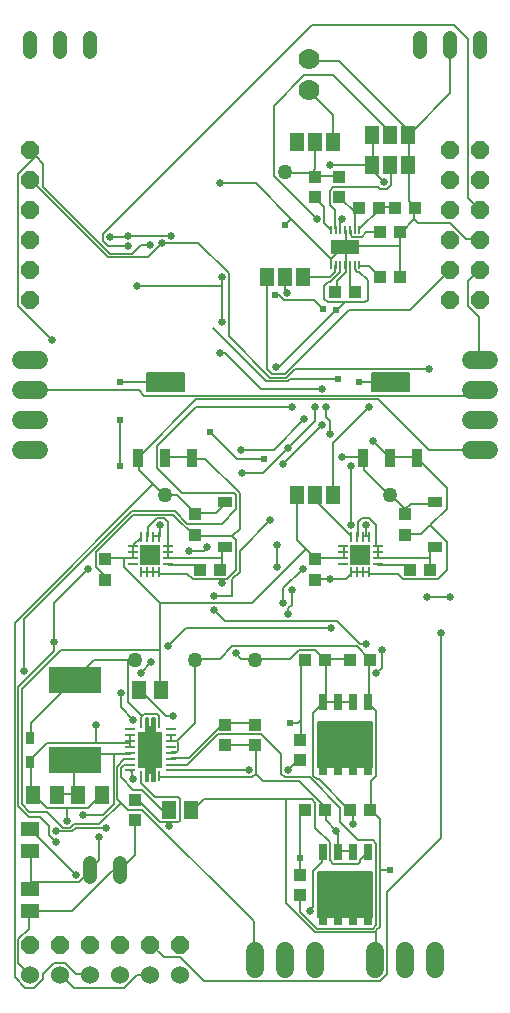
<source format=gbl>
G75*
%MOIN*%
%OFA0B0*%
%FSLAX25Y25*%
%IPPOS*%
%LPD*%
%AMOC8*
5,1,8,0,0,1.08239X$1,22.5*
%
%ADD10C,0.04800*%
%ADD11OC8,0.06000*%
%ADD12C,0.06000*%
%ADD13R,0.05118X0.03543*%
%ADD14R,0.01102X0.03346*%
%ADD15R,0.03346X0.01102*%
%ADD16R,0.08071X0.12008*%
%ADD17C,0.02200*%
%ADD18C,0.00600*%
%ADD19C,0.07000*%
%ADD20R,0.05118X0.05906*%
%ADD21R,0.05906X0.05118*%
%ADD22R,0.04600X0.06300*%
%ADD23C,0.06000*%
%ADD24C,0.05000*%
%ADD25R,0.09252X0.05000*%
%ADD26R,0.00787X0.02756*%
%ADD27R,0.03300X0.06300*%
%ADD28R,0.05000X0.02500*%
%ADD29R,0.02795X0.05402*%
%ADD30R,0.06693X0.06693*%
%ADD31R,0.04252X0.04134*%
%ADD32R,0.03937X0.04331*%
%ADD33R,0.04331X0.03937*%
%ADD34R,0.17717X0.08858*%
%ADD35R,0.05118X0.06299*%
%ADD36R,0.03150X0.03937*%
%ADD37C,0.02578*%
%ADD38C,0.02381*%
D10*
X0033200Y0043600D02*
X0033200Y0048400D01*
X0043200Y0048400D02*
X0043200Y0043600D01*
X0033200Y0318600D02*
X0033200Y0323400D01*
X0023200Y0323400D02*
X0023200Y0318600D01*
X0013200Y0318600D02*
X0013200Y0323400D01*
X0143200Y0323400D02*
X0143200Y0318600D01*
X0153200Y0318600D02*
X0153200Y0323400D01*
X0163200Y0323400D02*
X0163200Y0318600D01*
D11*
X0163200Y0286000D03*
X0163200Y0276000D03*
X0163200Y0266000D03*
X0163200Y0256000D03*
X0163200Y0246000D03*
X0163200Y0236000D03*
X0153200Y0236000D03*
X0153200Y0246000D03*
X0153200Y0256000D03*
X0153200Y0266000D03*
X0153200Y0276000D03*
X0153200Y0286000D03*
X0013200Y0286000D03*
X0013200Y0276000D03*
X0013200Y0266000D03*
X0013200Y0256000D03*
X0013200Y0246000D03*
X0013200Y0236000D03*
X0013200Y0021000D03*
X0023200Y0021000D03*
X0033200Y0021000D03*
X0043200Y0021000D03*
X0053200Y0021000D03*
X0063200Y0021000D03*
D12*
X0063200Y0011000D03*
X0053200Y0011000D03*
X0043200Y0011000D03*
X0033200Y0011000D03*
X0023200Y0011000D03*
X0013200Y0011000D03*
D13*
X0078200Y0153520D03*
X0078200Y0168480D03*
X0148200Y0168480D03*
X0148200Y0153520D03*
D14*
X0126153Y0156807D03*
X0124184Y0156807D03*
X0122216Y0156807D03*
X0120247Y0156807D03*
X0120247Y0145193D03*
X0122216Y0145193D03*
X0124184Y0145193D03*
X0126153Y0145193D03*
X0056153Y0145193D03*
X0054184Y0145193D03*
X0052216Y0145193D03*
X0050247Y0145193D03*
X0050247Y0156807D03*
X0052216Y0156807D03*
X0054184Y0156807D03*
X0056153Y0156807D03*
X0056153Y0094760D03*
X0050247Y0094760D03*
X0050247Y0077240D03*
X0056153Y0077240D03*
D15*
X0059991Y0079110D03*
X0059991Y0081079D03*
X0059991Y0083047D03*
X0059991Y0085016D03*
X0059991Y0086984D03*
X0059991Y0088953D03*
X0059991Y0090921D03*
X0059991Y0092890D03*
X0046409Y0092890D03*
X0046409Y0090921D03*
X0046409Y0088953D03*
X0046409Y0086984D03*
X0046409Y0085016D03*
X0046409Y0083047D03*
X0046409Y0081079D03*
X0046409Y0079110D03*
X0047393Y0148047D03*
X0047393Y0150016D03*
X0047393Y0151984D03*
X0047393Y0153953D03*
X0059007Y0153953D03*
X0059007Y0151984D03*
X0059007Y0150016D03*
X0059007Y0148047D03*
X0117393Y0148047D03*
X0117393Y0150016D03*
X0117393Y0151984D03*
X0117393Y0153953D03*
X0129007Y0153953D03*
X0129007Y0151984D03*
X0129007Y0150016D03*
X0129007Y0148047D03*
D16*
X0053200Y0086000D03*
D17*
X0051600Y0086000D03*
X0051600Y0082900D03*
X0054800Y0082900D03*
X0054800Y0086000D03*
X0054800Y0089100D03*
X0051600Y0089100D03*
X0051600Y0149400D03*
X0051600Y0152600D03*
X0054800Y0152600D03*
X0054800Y0149400D03*
X0121600Y0149400D03*
X0121600Y0152600D03*
X0124800Y0152600D03*
X0124800Y0149400D03*
D18*
X0008000Y0128400D02*
X0008000Y0010200D01*
X0011600Y0006600D01*
X0014600Y0006600D01*
X0017600Y0009600D01*
X0017600Y0011400D01*
X0021200Y0015000D01*
X0024800Y0015000D01*
X0028400Y0011400D01*
X0033200Y0011400D01*
X0033200Y0011000D01*
X0027800Y0006600D02*
X0023600Y0010800D01*
X0023200Y0011000D01*
X0027800Y0006600D02*
X0044600Y0006600D01*
X0048800Y0010800D01*
X0053000Y0010800D01*
X0053200Y0011000D01*
X0057800Y0016800D02*
X0053600Y0021000D01*
X0053200Y0021000D01*
X0057800Y0016800D02*
X0063200Y0016800D01*
X0071000Y0009000D01*
X0129800Y0009000D01*
X0132200Y0011400D01*
X0132200Y0038600D01*
X0150200Y0056600D01*
X0150200Y0124800D01*
X0153200Y0136800D02*
X0145400Y0136800D01*
X0149000Y0142800D02*
X0152000Y0145800D01*
X0152000Y0155400D01*
X0146600Y0160800D01*
X0143600Y0157800D01*
X0138200Y0157800D01*
X0138200Y0157555D01*
X0138200Y0164445D02*
X0138200Y0166200D01*
X0140000Y0168000D01*
X0147800Y0168000D01*
X0148200Y0168480D01*
X0152000Y0166200D02*
X0146600Y0160800D01*
X0148200Y0153520D02*
X0147800Y0153000D01*
X0146600Y0151800D01*
X0146600Y0150000D01*
X0129200Y0150000D01*
X0129007Y0150016D01*
X0129200Y0150000D02*
X0129200Y0151800D01*
X0129007Y0151984D01*
X0129200Y0152400D01*
X0129200Y0153600D01*
X0129007Y0153953D01*
X0128600Y0154200D01*
X0128600Y0160800D01*
X0126200Y0163200D01*
X0123800Y0163200D01*
X0122600Y0162000D01*
X0122600Y0157200D01*
X0122216Y0156807D01*
X0124184Y0156807D02*
X0124400Y0157200D01*
X0125000Y0157200D01*
X0125000Y0160800D01*
X0125000Y0157200D02*
X0126200Y0157200D01*
X0126153Y0156807D01*
X0120247Y0156807D02*
X0120200Y0157200D01*
X0108200Y0169200D01*
X0108200Y0171000D01*
X0114200Y0171000D02*
X0114200Y0188400D01*
X0126200Y0200400D01*
X0129200Y0202800D02*
X0068600Y0202800D01*
X0049400Y0183600D01*
X0049145Y0183400D01*
X0049400Y0183000D01*
X0049400Y0179400D01*
X0054200Y0174600D01*
X0008000Y0128400D01*
X0011000Y0129600D02*
X0011000Y0112200D01*
X0009200Y0106800D02*
X0009200Y0067200D01*
X0012800Y0063600D01*
X0016400Y0063600D01*
X0019400Y0060600D01*
X0019400Y0057600D01*
X0021800Y0055200D01*
X0021800Y0058800D02*
X0027200Y0058800D01*
X0028400Y0060000D01*
X0038600Y0060000D01*
X0036200Y0061200D02*
X0027800Y0061200D01*
X0026600Y0060000D01*
X0024200Y0060000D01*
X0018800Y0065400D01*
X0012800Y0065400D01*
X0010400Y0067800D01*
X0010400Y0106200D01*
X0023600Y0119400D01*
X0056600Y0119400D01*
X0056600Y0106200D01*
X0056940Y0106000D01*
X0050000Y0111600D02*
X0053600Y0115200D01*
X0056600Y0119400D02*
X0056600Y0135000D01*
X0087200Y0135000D01*
X0105200Y0153000D01*
X0102200Y0156000D01*
X0102200Y0171000D01*
X0097400Y0181200D02*
X0110600Y0194400D01*
X0113000Y0195600D02*
X0111800Y0196800D01*
X0111800Y0200400D01*
X0108200Y0200400D02*
X0108200Y0195600D01*
X0099200Y0186600D01*
X0090800Y0178200D01*
X0083800Y0178200D01*
X0082200Y0183000D02*
X0073200Y0192000D01*
X0071600Y0183000D02*
X0067400Y0183000D01*
X0067255Y0183400D01*
X0066800Y0183600D01*
X0058400Y0183600D01*
X0058200Y0183400D01*
X0055400Y0180000D02*
X0063800Y0171600D01*
X0081200Y0171600D01*
X0081800Y0171000D01*
X0081800Y0166200D01*
X0077000Y0161400D01*
X0065600Y0161400D01*
X0061400Y0165600D01*
X0047000Y0165600D01*
X0011000Y0129600D01*
X0021200Y0135000D02*
X0021200Y0121800D01*
X0021200Y0118800D01*
X0009200Y0106800D01*
X0013400Y0094800D02*
X0027800Y0109200D01*
X0028200Y0109319D01*
X0028400Y0109800D01*
X0034400Y0115800D01*
X0045800Y0115800D01*
X0048200Y0116000D01*
X0048200Y0115800D01*
X0045800Y0115800D01*
X0045800Y0102000D01*
X0050600Y0097200D01*
X0050000Y0096600D01*
X0050000Y0094800D01*
X0050247Y0094760D01*
X0051724Y0094580D02*
X0052570Y0094580D01*
X0052570Y0095178D02*
X0051724Y0095178D01*
X0051724Y0095777D02*
X0052570Y0095777D01*
X0052570Y0096375D02*
X0051724Y0096375D01*
X0051724Y0096433D02*
X0052570Y0096433D01*
X0052570Y0093579D01*
X0053830Y0093579D01*
X0053830Y0096433D01*
X0054676Y0096433D01*
X0054676Y0092004D01*
X0051724Y0092004D01*
X0051724Y0096433D01*
X0050600Y0097200D02*
X0051200Y0097800D01*
X0055400Y0097800D01*
X0056000Y0097200D01*
X0056000Y0094800D01*
X0056153Y0094760D01*
X0054676Y0094580D02*
X0053830Y0094580D01*
X0053830Y0095178D02*
X0054676Y0095178D01*
X0054676Y0095777D02*
X0053830Y0095777D01*
X0053830Y0096375D02*
X0054676Y0096375D01*
X0054676Y0093981D02*
X0053830Y0093981D01*
X0054676Y0093383D02*
X0051724Y0093383D01*
X0051724Y0093981D02*
X0052570Y0093981D01*
X0051724Y0092784D02*
X0054676Y0092784D01*
X0054676Y0092186D02*
X0051724Y0092186D01*
X0047600Y0096000D02*
X0043400Y0100200D01*
X0043400Y0105000D01*
X0049460Y0106000D02*
X0050000Y0105600D01*
X0058400Y0097200D01*
X0060800Y0097200D01*
X0059991Y0090921D02*
X0060200Y0090600D01*
X0060200Y0089400D01*
X0059991Y0088953D01*
X0060200Y0088800D01*
X0062000Y0088800D01*
X0068000Y0094800D01*
X0068000Y0115800D01*
X0068200Y0116000D01*
X0068600Y0116400D01*
X0076400Y0116400D01*
X0080600Y0120600D01*
X0122000Y0120600D01*
X0126200Y0116400D01*
X0126546Y0116000D01*
X0126200Y0115800D01*
X0126200Y0102000D01*
X0125700Y0101906D01*
X0126200Y0101400D01*
X0128600Y0099000D01*
X0128600Y0077400D01*
X0126800Y0075600D01*
X0126800Y0066000D01*
X0126546Y0066000D01*
X0126800Y0066000D02*
X0129800Y0063000D01*
X0129800Y0046000D01*
X0133200Y0046000D01*
X0129800Y0046000D02*
X0129800Y0027000D01*
X0128600Y0025800D01*
X0128600Y0025200D01*
X0108200Y0025200D01*
X0098600Y0034800D01*
X0098600Y0069600D01*
X0107000Y0069600D01*
X0108200Y0068400D01*
X0108200Y0060000D01*
X0113000Y0055200D01*
X0113000Y0049200D01*
X0114200Y0048000D01*
X0122600Y0048000D01*
X0123200Y0048600D01*
X0123200Y0049200D01*
X0125600Y0051600D01*
X0125700Y0051906D01*
X0128600Y0054600D02*
X0128600Y0027600D01*
X0127400Y0026400D01*
X0108800Y0026400D01*
X0103200Y0032000D01*
X0103200Y0037654D01*
X0107600Y0033600D02*
X0106400Y0032400D01*
X0107600Y0033600D02*
X0107600Y0045600D01*
X0110600Y0048600D01*
X0110600Y0051600D01*
X0110700Y0051906D01*
X0115400Y0052200D02*
X0115700Y0051906D01*
X0115700Y0058600D01*
X0115300Y0059000D01*
X0111800Y0062500D01*
X0111800Y0066000D01*
X0111546Y0066000D01*
X0111200Y0066000D01*
X0111200Y0067200D01*
X0102800Y0075600D01*
X0090800Y0075600D01*
X0088400Y0078000D01*
X0088400Y0087600D01*
X0088200Y0087654D01*
X0087800Y0087600D01*
X0078200Y0087600D01*
X0078200Y0087654D01*
X0075800Y0091200D02*
X0090200Y0091200D01*
X0096800Y0084600D01*
X0096800Y0078000D01*
X0098000Y0076800D01*
X0106400Y0076800D01*
X0116600Y0066600D01*
X0116600Y0061800D01*
X0122600Y0055800D01*
X0127400Y0055800D01*
X0128600Y0054600D01*
X0127098Y0045272D02*
X0127098Y0030115D01*
X0109302Y0030115D01*
X0109302Y0045272D01*
X0127098Y0045272D01*
X0127098Y0030115D01*
X0109302Y0030115D01*
X0109302Y0045272D01*
X0127098Y0045272D01*
X0127098Y0044903D02*
X0109302Y0044903D01*
X0127098Y0044903D01*
X0127098Y0044305D02*
X0109302Y0044305D01*
X0127098Y0044305D01*
X0127098Y0043706D02*
X0109302Y0043706D01*
X0127098Y0043706D01*
X0127098Y0043108D02*
X0109302Y0043108D01*
X0127098Y0043108D01*
X0127098Y0042509D02*
X0109302Y0042509D01*
X0127098Y0042509D01*
X0127098Y0041911D02*
X0109302Y0041911D01*
X0127098Y0041911D01*
X0127098Y0041312D02*
X0109302Y0041312D01*
X0127098Y0041312D01*
X0127098Y0040714D02*
X0109302Y0040714D01*
X0127098Y0040714D01*
X0127098Y0040115D02*
X0109302Y0040115D01*
X0127098Y0040115D01*
X0127098Y0039517D02*
X0109302Y0039517D01*
X0127098Y0039517D01*
X0127098Y0038918D02*
X0109302Y0038918D01*
X0127098Y0038918D01*
X0127098Y0038320D02*
X0109302Y0038320D01*
X0127098Y0038320D01*
X0127098Y0037721D02*
X0109302Y0037721D01*
X0127098Y0037721D01*
X0127098Y0037123D02*
X0109302Y0037123D01*
X0127098Y0037123D01*
X0127098Y0036524D02*
X0109302Y0036524D01*
X0127098Y0036524D01*
X0127098Y0035926D02*
X0109302Y0035926D01*
X0127098Y0035926D01*
X0127098Y0035327D02*
X0109302Y0035327D01*
X0127098Y0035327D01*
X0127098Y0034729D02*
X0109302Y0034729D01*
X0127098Y0034729D01*
X0127098Y0034130D02*
X0109302Y0034130D01*
X0127098Y0034130D01*
X0127098Y0033532D02*
X0109302Y0033532D01*
X0127098Y0033532D01*
X0127098Y0032933D02*
X0109302Y0032933D01*
X0127098Y0032933D01*
X0127098Y0032334D02*
X0109302Y0032334D01*
X0127098Y0032334D01*
X0127098Y0031736D02*
X0109302Y0031736D01*
X0127098Y0031736D01*
X0127098Y0031137D02*
X0109302Y0031137D01*
X0127098Y0031137D01*
X0127098Y0030539D02*
X0109302Y0030539D01*
X0127098Y0030539D01*
X0125700Y0030094D02*
X0120700Y0030094D01*
X0115700Y0030094D01*
X0110700Y0030094D01*
X0110700Y0042500D01*
X0115700Y0051906D02*
X0116000Y0052200D01*
X0120200Y0052200D01*
X0120700Y0051906D01*
X0120800Y0061200D02*
X0120800Y0065400D01*
X0120200Y0066000D01*
X0119854Y0066000D01*
X0119600Y0066000D01*
X0109400Y0076200D01*
X0108800Y0076200D01*
X0107600Y0077400D01*
X0107600Y0098400D01*
X0110600Y0101400D01*
X0110700Y0101906D01*
X0111800Y0102000D01*
X0111800Y0115800D01*
X0111546Y0116000D01*
X0111200Y0116400D01*
X0108200Y0119400D01*
X0102800Y0119400D01*
X0099800Y0116400D01*
X0088400Y0116400D01*
X0088200Y0116000D01*
X0087800Y0116400D01*
X0083600Y0116400D01*
X0081800Y0118200D01*
X0078200Y0129000D02*
X0074600Y0132600D01*
X0074600Y0137400D02*
X0080600Y0137400D01*
X0080600Y0142903D01*
X0083000Y0145303D01*
X0083000Y0152300D01*
X0093300Y0162600D01*
X0095600Y0154200D02*
X0095600Y0151000D01*
X0095600Y0147000D01*
X0097400Y0139800D02*
X0104000Y0146400D01*
X0108200Y0150000D02*
X0105200Y0153000D01*
X0108200Y0150000D02*
X0108200Y0149445D01*
X0108200Y0150000D02*
X0117200Y0150000D01*
X0117393Y0150016D01*
X0117800Y0150000D01*
X0117800Y0151800D01*
X0117393Y0151984D01*
X0117800Y0152400D01*
X0117800Y0153600D01*
X0117393Y0153953D01*
X0120200Y0160800D02*
X0120200Y0180600D01*
X0117200Y0183600D02*
X0123800Y0183600D01*
X0124145Y0183400D01*
X0124400Y0183000D01*
X0124400Y0179400D01*
X0132800Y0171000D01*
X0133200Y0171000D01*
X0133400Y0171000D01*
X0138200Y0166200D01*
X0146600Y0150000D02*
X0146600Y0146400D01*
X0146546Y0146000D01*
X0149000Y0142800D02*
X0137600Y0142800D01*
X0135800Y0144600D01*
X0126200Y0144600D01*
X0126153Y0145193D01*
X0126200Y0145200D01*
X0124400Y0145200D01*
X0124184Y0145193D01*
X0123800Y0145200D01*
X0122600Y0145200D01*
X0122216Y0145193D01*
X0122000Y0145200D01*
X0120200Y0145200D01*
X0120247Y0145193D01*
X0120200Y0144600D01*
X0118400Y0142800D01*
X0113000Y0142800D01*
X0108200Y0142800D01*
X0108200Y0142555D01*
X0115400Y0129000D02*
X0078200Y0129000D01*
X0077000Y0141600D02*
X0077000Y0142800D01*
X0067400Y0142800D01*
X0065600Y0144600D01*
X0056600Y0144600D01*
X0056153Y0145193D01*
X0056000Y0145200D01*
X0054200Y0145200D01*
X0054184Y0145193D01*
X0054200Y0145200D02*
X0052400Y0145200D01*
X0052216Y0145193D01*
X0051800Y0145200D01*
X0050600Y0145200D01*
X0050247Y0145193D01*
X0047600Y0150000D02*
X0047393Y0150016D01*
X0047000Y0150000D01*
X0044600Y0150000D01*
X0044600Y0147000D01*
X0056600Y0135000D01*
X0065000Y0126600D02*
X0059000Y0120600D01*
X0065000Y0126600D02*
X0113600Y0126600D01*
X0115400Y0129000D02*
X0123200Y0121200D01*
X0125000Y0121200D01*
X0130400Y0119400D02*
X0130400Y0113400D01*
X0128600Y0111600D01*
X0119854Y0116000D02*
X0119600Y0116400D01*
X0111800Y0116400D01*
X0111546Y0116000D01*
X0104854Y0116000D02*
X0104600Y0115800D01*
X0103400Y0114600D01*
X0103400Y0096000D01*
X0102400Y0095000D01*
X0099700Y0095000D01*
X0103400Y0096000D02*
X0103400Y0089400D01*
X0103200Y0089346D01*
X0102800Y0082800D02*
X0103200Y0082654D01*
X0102800Y0082800D02*
X0099200Y0079200D01*
X0098600Y0069600D02*
X0071000Y0069600D01*
X0067400Y0066000D01*
X0066940Y0066000D01*
X0063200Y0062400D02*
X0062600Y0061800D01*
X0059600Y0061800D01*
X0059600Y0060600D01*
X0059600Y0061800D02*
X0056600Y0061800D01*
X0049400Y0069000D01*
X0048200Y0069000D01*
X0048200Y0069346D01*
X0047600Y0072600D02*
X0050600Y0072600D01*
X0057200Y0066000D01*
X0059460Y0066000D01*
X0063200Y0062400D02*
X0063200Y0069600D01*
X0062600Y0070200D01*
X0054800Y0070200D01*
X0050000Y0075000D01*
X0050000Y0076800D01*
X0050247Y0077240D01*
X0051724Y0077223D02*
X0052570Y0077223D01*
X0052570Y0077821D02*
X0051724Y0077821D01*
X0051724Y0078420D02*
X0052570Y0078420D01*
X0052570Y0078421D02*
X0053830Y0078421D01*
X0053830Y0075567D01*
X0054676Y0075567D01*
X0054676Y0079996D01*
X0051724Y0079996D01*
X0051724Y0075567D01*
X0052570Y0075567D01*
X0052570Y0078421D01*
X0051724Y0079018D02*
X0054676Y0079018D01*
X0054676Y0078420D02*
X0053830Y0078420D01*
X0053830Y0077821D02*
X0054676Y0077821D01*
X0054676Y0077223D02*
X0053830Y0077223D01*
X0053830Y0076624D02*
X0054676Y0076624D01*
X0054676Y0076026D02*
X0053830Y0076026D01*
X0052570Y0076026D02*
X0051724Y0076026D01*
X0051724Y0076624D02*
X0052570Y0076624D01*
X0051724Y0079617D02*
X0054676Y0079617D01*
X0056153Y0077240D02*
X0056600Y0076800D01*
X0087200Y0076800D01*
X0088400Y0078000D01*
X0086000Y0079200D02*
X0060200Y0079200D01*
X0059991Y0079110D01*
X0060200Y0081000D02*
X0059991Y0081079D01*
X0060200Y0081000D02*
X0065600Y0081000D01*
X0075800Y0091200D01*
X0077000Y0094200D02*
X0078200Y0094200D01*
X0078200Y0094346D01*
X0078200Y0094800D01*
X0087800Y0094800D01*
X0088200Y0094346D01*
X0077000Y0094200D02*
X0066200Y0083400D01*
X0060200Y0083400D01*
X0059991Y0083047D01*
X0059991Y0085016D02*
X0060200Y0085200D01*
X0062000Y0085200D01*
X0062600Y0085800D01*
X0062600Y0088200D01*
X0062000Y0088800D01*
X0050600Y0066000D02*
X0087800Y0028800D01*
X0087800Y0016200D01*
X0088200Y0016000D01*
X0103200Y0044346D02*
X0103200Y0050000D01*
X0103200Y0064000D01*
X0105200Y0066000D01*
X0104854Y0066000D01*
X0105200Y0066000D02*
X0106400Y0064800D01*
X0115400Y0054600D02*
X0115400Y0052200D01*
X0115700Y0080094D02*
X0110700Y0080094D01*
X0109302Y0080115D02*
X0127098Y0080115D01*
X0127098Y0095272D01*
X0109302Y0095272D01*
X0109302Y0080115D01*
X0127098Y0080115D01*
X0127098Y0095272D01*
X0109302Y0095272D01*
X0109302Y0080115D01*
X0109302Y0080215D02*
X0127098Y0080215D01*
X0109302Y0080215D01*
X0109302Y0080814D02*
X0127098Y0080814D01*
X0109302Y0080814D01*
X0109302Y0081412D02*
X0127098Y0081412D01*
X0109302Y0081412D01*
X0109302Y0082011D02*
X0127098Y0082011D01*
X0109302Y0082011D01*
X0109302Y0082609D02*
X0127098Y0082609D01*
X0109302Y0082609D01*
X0109302Y0083208D02*
X0127098Y0083208D01*
X0109302Y0083208D01*
X0109302Y0083806D02*
X0127098Y0083806D01*
X0109302Y0083806D01*
X0109302Y0084405D02*
X0127098Y0084405D01*
X0109302Y0084405D01*
X0109302Y0085003D02*
X0127098Y0085003D01*
X0109302Y0085003D01*
X0109302Y0085602D02*
X0127098Y0085602D01*
X0109302Y0085602D01*
X0109302Y0086201D02*
X0127098Y0086201D01*
X0109302Y0086201D01*
X0109302Y0086799D02*
X0127098Y0086799D01*
X0109302Y0086799D01*
X0109302Y0087398D02*
X0127098Y0087398D01*
X0109302Y0087398D01*
X0109302Y0087996D02*
X0127098Y0087996D01*
X0109302Y0087996D01*
X0109302Y0088595D02*
X0127098Y0088595D01*
X0109302Y0088595D01*
X0109302Y0089193D02*
X0127098Y0089193D01*
X0109302Y0089193D01*
X0109302Y0089792D02*
X0127098Y0089792D01*
X0109302Y0089792D01*
X0109302Y0090390D02*
X0127098Y0090390D01*
X0109302Y0090390D01*
X0109302Y0090989D02*
X0127098Y0090989D01*
X0109302Y0090989D01*
X0109302Y0091587D02*
X0127098Y0091587D01*
X0109302Y0091587D01*
X0109302Y0092186D02*
X0127098Y0092186D01*
X0109302Y0092186D01*
X0109302Y0092784D02*
X0127098Y0092784D01*
X0109302Y0092784D01*
X0109302Y0093383D02*
X0127098Y0093383D01*
X0109302Y0093383D01*
X0109302Y0093981D02*
X0127098Y0093981D01*
X0109302Y0093981D01*
X0109302Y0094580D02*
X0127098Y0094580D01*
X0109302Y0094580D01*
X0109302Y0095178D02*
X0127098Y0095178D01*
X0109302Y0095178D01*
X0110700Y0101906D02*
X0111200Y0102000D01*
X0111800Y0102000D01*
X0115400Y0102000D01*
X0115700Y0101906D01*
X0116000Y0102000D01*
X0120200Y0102000D01*
X0120700Y0101906D01*
X0125200Y0093500D02*
X0125200Y0080594D01*
X0125700Y0080094D01*
X0120700Y0080094D01*
X0115700Y0080094D01*
X0099200Y0131400D02*
X0099200Y0133200D01*
X0100400Y0134400D01*
X0100400Y0139200D01*
X0097400Y0139800D02*
X0097400Y0135000D01*
X0080600Y0157200D02*
X0083000Y0159600D01*
X0083000Y0171600D01*
X0071600Y0183000D01*
X0078200Y0168480D02*
X0078200Y0168000D01*
X0075200Y0165000D01*
X0068600Y0165000D01*
X0068200Y0164445D01*
X0068000Y0165000D01*
X0062000Y0171000D01*
X0058200Y0171000D01*
X0057800Y0171000D01*
X0054200Y0174600D01*
X0055400Y0180000D02*
X0055400Y0187200D01*
X0068600Y0200400D01*
X0100400Y0200400D01*
X0104600Y0196200D02*
X0094400Y0186000D01*
X0083600Y0186000D01*
X0082200Y0183000D02*
X0091200Y0183000D01*
X0090000Y0206400D02*
X0110600Y0206400D01*
X0115700Y0209500D02*
X0099797Y0209500D01*
X0099097Y0208800D01*
X0091900Y0208800D01*
X0074200Y0226500D01*
X0077000Y0228600D02*
X0077000Y0240600D01*
X0048800Y0240600D01*
X0052400Y0250200D02*
X0039200Y0250200D01*
X0013400Y0276000D01*
X0013200Y0276000D01*
X0009200Y0277800D02*
X0015200Y0283800D01*
X0013200Y0286000D01*
X0013400Y0285600D01*
X0015200Y0283800D01*
X0017600Y0281400D01*
X0017600Y0273600D01*
X0039800Y0251400D01*
X0047000Y0251400D01*
X0050000Y0254400D01*
X0053000Y0254400D01*
X0052400Y0250200D02*
X0057200Y0255000D01*
X0069200Y0255000D01*
X0079400Y0244800D01*
X0079400Y0223800D01*
X0093200Y0210000D01*
X0098600Y0210000D01*
X0101600Y0213000D01*
X0146000Y0213000D01*
X0139400Y0211750D02*
X0139400Y0205450D01*
X0127000Y0205450D01*
X0127000Y0211750D01*
X0139400Y0211750D01*
X0139400Y0205450D01*
X0127000Y0205450D01*
X0127000Y0211750D01*
X0139400Y0211750D01*
X0139400Y0205450D01*
X0127000Y0205450D01*
X0127000Y0211750D01*
X0139400Y0211750D01*
X0139400Y0211289D02*
X0127000Y0211289D01*
X0139400Y0211289D01*
X0127000Y0211289D01*
X0127000Y0210691D02*
X0139400Y0210691D01*
X0127000Y0210691D01*
X0139400Y0210691D01*
X0139400Y0210092D02*
X0127000Y0210092D01*
X0139400Y0210092D01*
X0127000Y0210092D01*
X0127000Y0209494D02*
X0139400Y0209494D01*
X0127000Y0209494D01*
X0139400Y0209494D01*
X0139400Y0208895D02*
X0127000Y0208895D01*
X0139400Y0208895D01*
X0127000Y0208895D01*
X0127000Y0208297D02*
X0139400Y0208297D01*
X0127000Y0208297D01*
X0139400Y0208297D01*
X0139400Y0207698D02*
X0127000Y0207698D01*
X0139400Y0207698D01*
X0127000Y0207698D01*
X0127000Y0207100D02*
X0139400Y0207100D01*
X0127000Y0207100D01*
X0139400Y0207100D01*
X0139400Y0206501D02*
X0127000Y0206501D01*
X0139400Y0206501D01*
X0127000Y0206501D01*
X0127000Y0205903D02*
X0139400Y0205903D01*
X0127000Y0205903D01*
X0139400Y0205903D01*
X0133200Y0208500D02*
X0122700Y0208500D01*
X0129200Y0202800D02*
X0146000Y0186000D01*
X0163200Y0186000D01*
X0161000Y0204000D02*
X0162800Y0205800D01*
X0163200Y0206000D01*
X0161000Y0204000D02*
X0051200Y0204000D01*
X0049400Y0205800D01*
X0013400Y0205800D01*
X0013200Y0206000D01*
X0020600Y0222600D02*
X0009200Y0234000D01*
X0009200Y0277800D01*
X0037400Y0258000D02*
X0107000Y0327600D01*
X0154400Y0327600D01*
X0159200Y0322800D01*
X0159200Y0270000D01*
X0163200Y0266000D01*
X0162800Y0256200D02*
X0158600Y0256200D01*
X0153200Y0261600D01*
X0142400Y0261600D01*
X0141200Y0262800D01*
X0137000Y0258600D01*
X0136546Y0258500D01*
X0136400Y0258000D01*
X0136400Y0253800D01*
X0118400Y0253800D01*
X0118200Y0253500D01*
X0118400Y0253200D01*
X0118400Y0247800D01*
X0118200Y0247693D01*
X0118400Y0247200D01*
X0118400Y0245400D01*
X0115400Y0242400D01*
X0115400Y0238800D01*
X0114854Y0238500D01*
X0113000Y0241800D02*
X0112400Y0241800D01*
X0111200Y0240600D01*
X0111200Y0236400D01*
X0112400Y0235200D01*
X0118200Y0235200D01*
X0115500Y0232500D01*
X0115200Y0232500D01*
X0096300Y0213600D01*
X0095000Y0213600D01*
X0093800Y0211200D02*
X0098000Y0211200D01*
X0119500Y0232700D01*
X0139900Y0232700D01*
X0153200Y0246000D01*
X0159200Y0242400D02*
X0162800Y0246000D01*
X0163200Y0246000D01*
X0159200Y0242400D02*
X0159200Y0234000D01*
X0162800Y0230400D01*
X0162800Y0216000D01*
X0163200Y0216000D01*
X0142255Y0183400D02*
X0141800Y0183600D01*
X0133400Y0183600D01*
X0133200Y0183400D01*
X0132800Y0183600D01*
X0127400Y0189000D01*
X0113000Y0191400D02*
X0113000Y0195600D01*
X0093800Y0211200D02*
X0092000Y0213000D01*
X0092000Y0243000D01*
X0092200Y0243500D01*
X0094700Y0237500D02*
X0096221Y0237500D01*
X0097910Y0235811D01*
X0107889Y0235811D01*
X0110700Y0233000D01*
X0113000Y0241800D02*
X0116600Y0245400D01*
X0116600Y0247200D01*
X0116625Y0247693D01*
X0115050Y0247693D02*
X0114800Y0247200D01*
X0114800Y0245400D01*
X0113000Y0243600D01*
X0104600Y0243600D01*
X0104200Y0243500D01*
X0098900Y0243900D02*
X0098000Y0241800D01*
X0098000Y0239100D01*
X0098900Y0238200D01*
X0098000Y0241800D02*
X0098000Y0243000D01*
X0098200Y0243500D01*
X0098200Y0261000D02*
X0100200Y0263000D01*
X0088400Y0274800D01*
X0076400Y0274800D01*
X0060200Y0257400D02*
X0045800Y0257400D01*
X0045200Y0256800D01*
X0039800Y0256800D01*
X0037400Y0255600D02*
X0039200Y0253800D01*
X0045800Y0253800D01*
X0037400Y0255600D02*
X0037400Y0258000D01*
X0052000Y0211750D02*
X0052000Y0205450D01*
X0064400Y0205450D01*
X0064400Y0211750D01*
X0052000Y0211750D01*
X0052000Y0205450D01*
X0064400Y0205450D01*
X0064400Y0211750D01*
X0052000Y0211750D01*
X0052000Y0205450D01*
X0064400Y0205450D01*
X0064400Y0211750D01*
X0052000Y0211750D01*
X0052000Y0211289D02*
X0064400Y0211289D01*
X0052000Y0211289D01*
X0064400Y0211289D01*
X0064400Y0210691D02*
X0052000Y0210691D01*
X0064400Y0210691D01*
X0052000Y0210691D01*
X0052000Y0210092D02*
X0064400Y0210092D01*
X0052000Y0210092D01*
X0064400Y0210092D01*
X0064400Y0209494D02*
X0052000Y0209494D01*
X0064400Y0209494D01*
X0052000Y0209494D01*
X0052000Y0208895D02*
X0064400Y0208895D01*
X0052000Y0208895D01*
X0064400Y0208895D01*
X0064400Y0208297D02*
X0052000Y0208297D01*
X0064400Y0208297D01*
X0052000Y0208297D01*
X0052000Y0207698D02*
X0064400Y0207698D01*
X0052000Y0207698D01*
X0064400Y0207698D01*
X0064400Y0207100D02*
X0052000Y0207100D01*
X0064400Y0207100D01*
X0052000Y0207100D01*
X0052000Y0206501D02*
X0064400Y0206501D01*
X0052000Y0206501D01*
X0064400Y0206501D01*
X0064400Y0205903D02*
X0052000Y0205903D01*
X0064400Y0205903D01*
X0052000Y0205903D01*
X0058200Y0208500D02*
X0043200Y0208500D01*
X0043200Y0196000D02*
X0043200Y0180500D01*
X0047600Y0164400D02*
X0060800Y0164400D01*
X0068000Y0157200D01*
X0068200Y0157555D01*
X0068600Y0157200D01*
X0080600Y0157200D01*
X0081800Y0156000D01*
X0081800Y0145800D01*
X0078800Y0142800D01*
X0077000Y0142800D01*
X0076546Y0146000D02*
X0077000Y0146400D01*
X0077000Y0150000D01*
X0059600Y0150000D01*
X0059007Y0150016D01*
X0059000Y0150000D01*
X0059000Y0151800D01*
X0059007Y0151984D01*
X0059000Y0152400D01*
X0059000Y0153600D01*
X0059007Y0153953D01*
X0059000Y0154200D01*
X0059000Y0162000D01*
X0057800Y0163200D01*
X0055400Y0163200D01*
X0052400Y0160200D01*
X0052400Y0157200D01*
X0052216Y0156807D01*
X0050247Y0156807D02*
X0050000Y0156600D01*
X0047600Y0154200D01*
X0047393Y0153953D01*
X0047600Y0153600D01*
X0047600Y0152400D01*
X0047393Y0151984D01*
X0047600Y0151800D01*
X0047600Y0150000D01*
X0044600Y0150000D02*
X0038600Y0150000D01*
X0038200Y0149445D01*
X0035000Y0147000D02*
X0038000Y0144000D01*
X0038000Y0142800D01*
X0038200Y0142555D01*
X0035000Y0147000D02*
X0035000Y0151800D01*
X0047600Y0164400D01*
X0054200Y0157200D02*
X0054184Y0156807D01*
X0054200Y0157200D02*
X0056000Y0157200D01*
X0056153Y0156807D01*
X0056600Y0157200D01*
X0056600Y0160800D01*
X0059007Y0148047D02*
X0059600Y0147600D01*
X0068600Y0147600D01*
X0069800Y0146400D01*
X0069854Y0146000D01*
X0071000Y0152400D02*
X0066200Y0152400D01*
X0071000Y0152400D02*
X0072200Y0153600D01*
X0077000Y0151800D02*
X0078200Y0153000D01*
X0078200Y0153520D01*
X0077000Y0151800D02*
X0077000Y0150000D01*
X0090000Y0206400D02*
X0078000Y0218400D01*
X0076400Y0218400D01*
X0077000Y0240600D02*
X0077000Y0243600D01*
X0108800Y0262800D02*
X0094400Y0277200D01*
X0094400Y0300600D01*
X0104600Y0310800D01*
X0114200Y0310800D01*
X0132800Y0292200D01*
X0132800Y0291000D01*
X0133200Y0291000D01*
X0127400Y0291000D02*
X0127400Y0281400D01*
X0127200Y0281000D01*
X0126800Y0280800D01*
X0113000Y0280800D01*
X0116000Y0277200D02*
X0108200Y0277200D01*
X0108200Y0276846D01*
X0107000Y0278400D01*
X0108200Y0279600D01*
X0108200Y0288500D01*
X0114200Y0288500D02*
X0114200Y0297600D01*
X0106400Y0305400D01*
X0106074Y0305882D01*
X0106400Y0315600D02*
X0106074Y0316118D01*
X0106400Y0315600D02*
X0116000Y0315600D01*
X0140000Y0291600D01*
X0139200Y0291000D01*
X0139400Y0291000D01*
X0140000Y0291600D01*
X0153200Y0304800D01*
X0153200Y0321000D01*
X0139400Y0291000D02*
X0139400Y0281400D01*
X0139200Y0281000D01*
X0139400Y0280800D01*
X0139400Y0268800D01*
X0141200Y0267000D01*
X0141546Y0266500D01*
X0141200Y0266400D01*
X0141200Y0262800D01*
X0134854Y0266500D02*
X0134600Y0267000D01*
X0129800Y0267000D01*
X0129546Y0266500D01*
X0129800Y0266400D01*
X0123200Y0259800D01*
X0122924Y0259307D01*
X0121350Y0259307D02*
X0121400Y0259800D01*
X0121400Y0265200D01*
X0122854Y0266500D01*
X0122600Y0266400D01*
X0121400Y0265200D01*
X0116600Y0270000D01*
X0116200Y0270154D01*
X0113000Y0272400D02*
X0114200Y0273600D01*
X0129200Y0273600D01*
X0129800Y0273000D01*
X0132200Y0273000D01*
X0133400Y0274200D01*
X0133400Y0280800D01*
X0133200Y0281000D01*
X0131000Y0275400D02*
X0127400Y0279000D01*
X0127400Y0280800D01*
X0127200Y0281000D01*
X0127200Y0291000D02*
X0127400Y0291000D01*
X0116000Y0277200D02*
X0116200Y0276846D01*
X0113000Y0272400D02*
X0113000Y0267600D01*
X0114800Y0265800D01*
X0114800Y0259800D01*
X0115050Y0259307D01*
X0113600Y0259200D02*
X0113476Y0259307D01*
X0113600Y0259200D02*
X0111200Y0261600D01*
X0111200Y0267000D01*
X0108200Y0270000D01*
X0108200Y0270154D01*
X0108200Y0277200D02*
X0107000Y0278400D01*
X0098600Y0278400D01*
X0098200Y0278500D01*
X0100200Y0263000D02*
X0113600Y0249600D01*
X0117800Y0253800D01*
X0118200Y0253500D01*
X0118400Y0253800D02*
X0118400Y0259200D01*
X0118200Y0259307D01*
X0116625Y0259307D02*
X0116600Y0259800D01*
X0116600Y0262200D01*
X0117200Y0262800D01*
X0119775Y0259307D02*
X0120056Y0259026D01*
X0120056Y0257556D01*
X0120583Y0257029D01*
X0123691Y0257029D01*
X0125162Y0258500D01*
X0129854Y0258500D01*
X0126200Y0247200D02*
X0123200Y0247200D01*
X0122924Y0247693D01*
X0121350Y0247693D02*
X0121400Y0247200D01*
X0121400Y0246173D01*
X0122158Y0245415D01*
X0122785Y0245415D01*
X0125700Y0242500D01*
X0125700Y0236000D01*
X0124900Y0235200D01*
X0118200Y0235200D01*
X0121546Y0238500D02*
X0119775Y0240272D01*
X0119775Y0247693D01*
X0126200Y0247200D02*
X0129800Y0243600D01*
X0129854Y0243500D01*
X0136400Y0243600D02*
X0136546Y0243500D01*
X0136400Y0243600D02*
X0136400Y0253800D01*
X0113600Y0249600D02*
X0113600Y0247800D01*
X0113476Y0247693D01*
X0142255Y0183400D02*
X0142400Y0183000D01*
X0152000Y0173400D01*
X0152000Y0166200D01*
X0138200Y0147600D02*
X0139400Y0146400D01*
X0139854Y0146000D01*
X0138200Y0147600D02*
X0129200Y0147600D01*
X0129007Y0148047D01*
X0163200Y0256000D02*
X0162800Y0256200D01*
X0050600Y0066000D02*
X0045800Y0066000D01*
X0043400Y0068400D01*
X0036200Y0061200D01*
X0037400Y0064200D02*
X0041000Y0067800D01*
X0041000Y0084600D01*
X0046400Y0084600D01*
X0046409Y0085016D01*
X0046409Y0086984D02*
X0046400Y0087000D01*
X0046400Y0088200D01*
X0035000Y0088200D01*
X0035000Y0094200D01*
X0035000Y0088200D02*
X0018800Y0088200D01*
X0012800Y0082200D01*
X0013200Y0082063D01*
X0013400Y0081600D01*
X0013400Y0072000D01*
X0014000Y0071400D01*
X0014263Y0071000D01*
X0014600Y0070800D01*
X0018800Y0066600D01*
X0025400Y0066600D01*
X0025400Y0062400D01*
X0025400Y0066600D02*
X0032600Y0066600D01*
X0036800Y0070800D01*
X0037137Y0071000D01*
X0037400Y0064200D02*
X0030800Y0064200D01*
X0029263Y0071000D02*
X0027800Y0071400D01*
X0027800Y0082200D01*
X0028200Y0082681D01*
X0028400Y0082800D01*
X0030200Y0084600D01*
X0041000Y0084600D01*
X0044600Y0082800D02*
X0042200Y0080400D01*
X0042200Y0069600D01*
X0043400Y0068400D01*
X0047600Y0072600D02*
X0043400Y0076800D01*
X0043400Y0079800D01*
X0044600Y0081000D01*
X0046400Y0081000D01*
X0046409Y0081079D01*
X0046400Y0082800D02*
X0044600Y0082800D01*
X0046400Y0082800D02*
X0046409Y0083047D01*
X0046409Y0079110D02*
X0047000Y0078600D01*
X0047000Y0076800D01*
X0047600Y0076200D01*
X0046400Y0088200D02*
X0046400Y0088800D01*
X0046409Y0088953D01*
X0046400Y0089400D01*
X0046400Y0090600D01*
X0046409Y0090921D01*
X0048200Y0062654D02*
X0048200Y0051000D01*
X0043200Y0046000D01*
X0042800Y0045600D01*
X0040400Y0045600D01*
X0027200Y0032400D01*
X0013400Y0032400D01*
X0013200Y0032260D01*
X0012800Y0031800D01*
X0012800Y0026400D01*
X0009200Y0022800D01*
X0009200Y0015000D01*
X0013200Y0011000D01*
X0013200Y0039740D02*
X0013400Y0042000D01*
X0029600Y0042000D01*
X0033200Y0045600D01*
X0033200Y0046000D01*
X0033200Y0046200D01*
X0036200Y0049200D01*
X0036200Y0057000D01*
X0028400Y0044400D02*
X0013400Y0059400D01*
X0013200Y0059740D01*
X0013200Y0052260D02*
X0013400Y0052200D01*
X0013400Y0042000D01*
X0013400Y0040200D01*
X0013200Y0039740D01*
X0022137Y0071000D02*
X0022400Y0071400D01*
X0027800Y0071400D01*
X0029000Y0071400D01*
X0029263Y0071000D01*
X0013400Y0090000D02*
X0013200Y0089937D01*
X0013400Y0090000D02*
X0013400Y0094800D01*
X0021200Y0135000D02*
X0032600Y0146400D01*
X0128600Y0025200D02*
X0128600Y0016200D01*
X0128200Y0016000D01*
D19*
X0106074Y0305882D03*
X0106074Y0316118D03*
D20*
X0056940Y0106000D03*
X0049460Y0106000D03*
X0059460Y0066000D03*
X0066940Y0066000D03*
D21*
X0013200Y0059740D03*
X0013200Y0052260D03*
X0013200Y0039740D03*
X0013200Y0032260D03*
D22*
X0102200Y0171000D03*
X0108200Y0171000D03*
X0114200Y0171000D03*
X0104200Y0243500D03*
X0098200Y0243500D03*
X0092200Y0243500D03*
X0102200Y0288500D03*
X0108200Y0288500D03*
X0114200Y0288500D03*
X0127200Y0291000D03*
X0133200Y0291000D03*
X0139200Y0291000D03*
X0139200Y0281000D03*
X0133200Y0281000D03*
X0127200Y0281000D03*
D23*
X0160200Y0216000D02*
X0166200Y0216000D01*
X0166200Y0206000D02*
X0160200Y0206000D01*
X0160200Y0196000D02*
X0166200Y0196000D01*
X0166200Y0186000D02*
X0160200Y0186000D01*
X0148200Y0019000D02*
X0148200Y0013000D01*
X0138200Y0013000D02*
X0138200Y0019000D01*
X0128200Y0019000D02*
X0128200Y0013000D01*
X0108200Y0013000D02*
X0108200Y0019000D01*
X0098200Y0019000D02*
X0098200Y0013000D01*
X0088200Y0013000D02*
X0088200Y0019000D01*
X0016200Y0186000D02*
X0010200Y0186000D01*
X0010200Y0196000D02*
X0016200Y0196000D01*
X0016200Y0206000D02*
X0010200Y0206000D01*
X0010200Y0216000D02*
X0016200Y0216000D01*
D24*
X0058200Y0171000D03*
X0048200Y0116000D03*
X0068200Y0116000D03*
X0088200Y0116000D03*
X0133200Y0171000D03*
X0098200Y0278500D03*
D25*
X0118200Y0253500D03*
D26*
X0118200Y0247693D03*
X0116625Y0247693D03*
X0115050Y0247693D03*
X0113476Y0247693D03*
X0119775Y0247693D03*
X0121350Y0247693D03*
X0122924Y0247693D03*
X0122924Y0259307D03*
X0121350Y0259307D03*
X0119775Y0259307D03*
X0118200Y0259307D03*
X0116625Y0259307D03*
X0115050Y0259307D03*
X0113476Y0259307D03*
D27*
X0124145Y0183400D03*
X0133200Y0183400D03*
X0142255Y0183400D03*
X0067255Y0183400D03*
X0058200Y0183400D03*
X0049145Y0183400D03*
D28*
X0058200Y0208500D03*
X0133200Y0208500D03*
D29*
X0125700Y0101906D03*
X0120700Y0101906D03*
X0115700Y0101906D03*
X0110700Y0101906D03*
X0110700Y0080094D03*
X0115700Y0080094D03*
X0120700Y0080094D03*
X0125700Y0080094D03*
X0125700Y0051906D03*
X0120700Y0051906D03*
X0115700Y0051906D03*
X0110700Y0051906D03*
X0110700Y0030094D03*
X0115700Y0030094D03*
X0120700Y0030094D03*
X0125700Y0030094D03*
D30*
X0123200Y0151000D03*
X0053200Y0151000D03*
D31*
X0038200Y0149445D03*
X0038200Y0142555D03*
X0068200Y0157555D03*
X0068200Y0164445D03*
X0108200Y0149445D03*
X0108200Y0142555D03*
X0138200Y0157555D03*
X0138200Y0164445D03*
D32*
X0139854Y0146000D03*
X0146546Y0146000D03*
X0126546Y0116000D03*
X0119854Y0116000D03*
X0111546Y0116000D03*
X0104854Y0116000D03*
X0088200Y0094346D03*
X0088200Y0087654D03*
X0078200Y0087654D03*
X0078200Y0094346D03*
X0104854Y0066000D03*
X0111546Y0066000D03*
X0119854Y0066000D03*
X0126546Y0066000D03*
X0076546Y0146000D03*
X0069854Y0146000D03*
X0048200Y0069346D03*
X0048200Y0062654D03*
X0122854Y0266500D03*
X0129546Y0266500D03*
X0134854Y0266500D03*
X0141546Y0266500D03*
X0108200Y0270154D03*
X0108200Y0276846D03*
D33*
X0116200Y0276846D03*
X0116200Y0270154D03*
X0129854Y0258500D03*
X0136546Y0258500D03*
X0136546Y0243500D03*
X0129854Y0243500D03*
X0121546Y0238500D03*
X0114854Y0238500D03*
X0103200Y0089346D03*
X0103200Y0082654D03*
X0103200Y0044346D03*
X0103200Y0037654D03*
D34*
X0028200Y0082681D03*
X0028200Y0109319D03*
D35*
X0029263Y0071000D03*
X0022137Y0071000D03*
X0014263Y0071000D03*
X0037137Y0071000D03*
D36*
X0013200Y0082063D03*
X0013200Y0089937D03*
D37*
X0011000Y0112200D03*
X0021200Y0121800D03*
X0032600Y0146400D03*
X0050000Y0111600D03*
X0053600Y0115200D03*
X0059000Y0120600D03*
X0060800Y0097200D03*
X0047600Y0096000D03*
X0043400Y0105000D03*
X0035000Y0094200D03*
X0047600Y0076200D03*
X0038600Y0060000D03*
X0036200Y0057000D03*
X0030800Y0064200D03*
X0025400Y0062400D03*
X0021800Y0058800D03*
X0021800Y0055200D03*
X0028400Y0044400D03*
X0059600Y0060600D03*
X0086000Y0079200D03*
X0099200Y0079200D03*
X0115300Y0059000D03*
X0120800Y0061200D03*
X0106400Y0032400D03*
X0128600Y0111600D03*
X0130400Y0119400D03*
X0125000Y0121200D03*
X0113600Y0126600D03*
X0113000Y0142800D03*
X0104000Y0146400D03*
X0100400Y0139200D03*
X0097400Y0135000D03*
X0099200Y0131400D03*
X0095600Y0147000D03*
X0095600Y0154200D03*
X0093300Y0162600D03*
X0083800Y0178200D03*
X0083600Y0186000D03*
X0097400Y0181200D03*
X0099200Y0186600D03*
X0104600Y0196200D03*
X0108200Y0200400D03*
X0111800Y0200400D03*
X0110600Y0194400D03*
X0113000Y0191400D03*
X0117200Y0183600D03*
X0120200Y0180600D03*
X0127400Y0189000D03*
X0126200Y0200400D03*
X0110600Y0206400D03*
X0100400Y0200400D03*
X0095000Y0213600D03*
X0098900Y0238200D03*
X0108800Y0262800D03*
X0117200Y0262800D03*
X0113000Y0280800D03*
X0131000Y0275400D03*
X0146000Y0213000D03*
X0125000Y0160800D03*
X0120200Y0160800D03*
X0145400Y0136800D03*
X0150200Y0124800D03*
X0153200Y0136800D03*
X0081800Y0118200D03*
X0074600Y0132600D03*
X0074600Y0137400D03*
X0077000Y0141600D03*
X0072200Y0153600D03*
X0066200Y0152400D03*
X0056600Y0160800D03*
X0076400Y0218400D03*
X0077000Y0228600D03*
X0077000Y0243600D03*
X0060200Y0257400D03*
X0057200Y0255000D03*
X0053000Y0254400D03*
X0045800Y0253800D03*
X0045800Y0257400D03*
X0039800Y0256800D03*
X0048800Y0240600D03*
X0076400Y0274800D03*
X0020600Y0222600D03*
D38*
X0043200Y0208500D03*
X0043200Y0196000D03*
X0043200Y0180500D03*
X0073200Y0192000D03*
X0091200Y0183000D03*
X0115700Y0209500D03*
X0122700Y0208500D03*
X0115200Y0232500D03*
X0110700Y0233000D03*
X0098200Y0261000D03*
X0094700Y0237500D03*
X0099700Y0095000D03*
X0103200Y0050000D03*
X0110700Y0042500D03*
X0133200Y0046000D03*
X0125200Y0093500D03*
M02*

</source>
